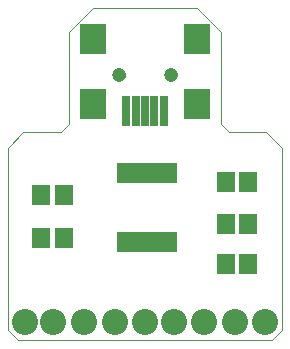
<source format=gts>
G75*
%MOIN*%
%OFA0B0*%
%FSLAX25Y25*%
%IPPOS*%
%LPD*%
%AMOC8*
5,1,8,0,0,1.08239X$1,22.5*
%
%ADD10C,0.00400*%
%ADD11C,0.08674*%
%ADD12R,0.02513X0.06706*%
%ADD13R,0.05918X0.07099*%
%ADD14R,0.08674X0.10249*%
%ADD15R,0.02769X0.09887*%
%ADD16C,0.00000*%
%ADD17C,0.04737*%
D10*
X0009764Y0006829D02*
X0094741Y0006829D01*
X0098074Y0010164D01*
X0098074Y0070790D01*
X0092751Y0076113D01*
X0080307Y0076113D01*
X0077586Y0078834D01*
X0077586Y0109504D01*
X0069708Y0117382D01*
X0034797Y0117382D01*
X0026920Y0109502D01*
X0026920Y0078832D01*
X0024198Y0076111D01*
X0011754Y0076111D01*
X0006431Y0070788D01*
X0006431Y0010162D01*
X0009764Y0006829D01*
D11*
X0012224Y0013000D03*
X0021673Y0013000D03*
X0031909Y0013000D03*
X0042145Y0013000D03*
X0052381Y0013000D03*
X0062030Y0013000D03*
X0072066Y0013000D03*
X0082103Y0013000D03*
X0092206Y0013000D03*
D12*
X0061592Y0039366D03*
X0059096Y0039366D03*
X0056592Y0039366D03*
X0054096Y0039366D03*
X0051592Y0039366D03*
X0049096Y0039366D03*
X0046592Y0039366D03*
X0044096Y0039366D03*
X0044096Y0062472D03*
X0046592Y0062472D03*
X0049096Y0062472D03*
X0051592Y0062472D03*
X0054096Y0062472D03*
X0056592Y0062472D03*
X0059096Y0062472D03*
X0061592Y0062472D03*
D13*
X0079243Y0059356D03*
X0086723Y0059356D03*
X0086723Y0045435D03*
X0079243Y0045435D03*
X0079243Y0032099D03*
X0086723Y0032099D03*
X0025167Y0040745D03*
X0017687Y0040745D03*
X0017687Y0055275D03*
X0025167Y0055275D03*
D14*
X0034930Y0085476D03*
X0034930Y0107129D03*
X0069575Y0107129D03*
X0069575Y0085476D03*
D15*
X0058552Y0083255D03*
X0055402Y0083255D03*
X0052253Y0083255D03*
X0049103Y0083255D03*
X0045953Y0083255D03*
D16*
X0041622Y0095318D02*
X0041624Y0095406D01*
X0041630Y0095494D01*
X0041640Y0095582D01*
X0041654Y0095670D01*
X0041671Y0095756D01*
X0041693Y0095842D01*
X0041718Y0095926D01*
X0041748Y0096010D01*
X0041780Y0096092D01*
X0041817Y0096172D01*
X0041857Y0096251D01*
X0041901Y0096328D01*
X0041948Y0096403D01*
X0041998Y0096475D01*
X0042052Y0096546D01*
X0042108Y0096613D01*
X0042168Y0096679D01*
X0042230Y0096741D01*
X0042296Y0096801D01*
X0042363Y0096857D01*
X0042434Y0096911D01*
X0042506Y0096961D01*
X0042581Y0097008D01*
X0042658Y0097052D01*
X0042737Y0097092D01*
X0042817Y0097129D01*
X0042899Y0097161D01*
X0042983Y0097191D01*
X0043067Y0097216D01*
X0043153Y0097238D01*
X0043239Y0097255D01*
X0043327Y0097269D01*
X0043415Y0097279D01*
X0043503Y0097285D01*
X0043591Y0097287D01*
X0043679Y0097285D01*
X0043767Y0097279D01*
X0043855Y0097269D01*
X0043943Y0097255D01*
X0044029Y0097238D01*
X0044115Y0097216D01*
X0044199Y0097191D01*
X0044283Y0097161D01*
X0044365Y0097129D01*
X0044445Y0097092D01*
X0044524Y0097052D01*
X0044601Y0097008D01*
X0044676Y0096961D01*
X0044748Y0096911D01*
X0044819Y0096857D01*
X0044886Y0096801D01*
X0044952Y0096741D01*
X0045014Y0096679D01*
X0045074Y0096613D01*
X0045130Y0096546D01*
X0045184Y0096475D01*
X0045234Y0096403D01*
X0045281Y0096328D01*
X0045325Y0096251D01*
X0045365Y0096172D01*
X0045402Y0096092D01*
X0045434Y0096010D01*
X0045464Y0095926D01*
X0045489Y0095842D01*
X0045511Y0095756D01*
X0045528Y0095670D01*
X0045542Y0095582D01*
X0045552Y0095494D01*
X0045558Y0095406D01*
X0045560Y0095318D01*
X0045558Y0095230D01*
X0045552Y0095142D01*
X0045542Y0095054D01*
X0045528Y0094966D01*
X0045511Y0094880D01*
X0045489Y0094794D01*
X0045464Y0094710D01*
X0045434Y0094626D01*
X0045402Y0094544D01*
X0045365Y0094464D01*
X0045325Y0094385D01*
X0045281Y0094308D01*
X0045234Y0094233D01*
X0045184Y0094161D01*
X0045130Y0094090D01*
X0045074Y0094023D01*
X0045014Y0093957D01*
X0044952Y0093895D01*
X0044886Y0093835D01*
X0044819Y0093779D01*
X0044748Y0093725D01*
X0044676Y0093675D01*
X0044601Y0093628D01*
X0044524Y0093584D01*
X0044445Y0093544D01*
X0044365Y0093507D01*
X0044283Y0093475D01*
X0044199Y0093445D01*
X0044115Y0093420D01*
X0044029Y0093398D01*
X0043943Y0093381D01*
X0043855Y0093367D01*
X0043767Y0093357D01*
X0043679Y0093351D01*
X0043591Y0093349D01*
X0043503Y0093351D01*
X0043415Y0093357D01*
X0043327Y0093367D01*
X0043239Y0093381D01*
X0043153Y0093398D01*
X0043067Y0093420D01*
X0042983Y0093445D01*
X0042899Y0093475D01*
X0042817Y0093507D01*
X0042737Y0093544D01*
X0042658Y0093584D01*
X0042581Y0093628D01*
X0042506Y0093675D01*
X0042434Y0093725D01*
X0042363Y0093779D01*
X0042296Y0093835D01*
X0042230Y0093895D01*
X0042168Y0093957D01*
X0042108Y0094023D01*
X0042052Y0094090D01*
X0041998Y0094161D01*
X0041948Y0094233D01*
X0041901Y0094308D01*
X0041857Y0094385D01*
X0041817Y0094464D01*
X0041780Y0094544D01*
X0041748Y0094626D01*
X0041718Y0094710D01*
X0041693Y0094794D01*
X0041671Y0094880D01*
X0041654Y0094966D01*
X0041640Y0095054D01*
X0041630Y0095142D01*
X0041624Y0095230D01*
X0041622Y0095318D01*
X0058945Y0095318D02*
X0058947Y0095406D01*
X0058953Y0095494D01*
X0058963Y0095582D01*
X0058977Y0095670D01*
X0058994Y0095756D01*
X0059016Y0095842D01*
X0059041Y0095926D01*
X0059071Y0096010D01*
X0059103Y0096092D01*
X0059140Y0096172D01*
X0059180Y0096251D01*
X0059224Y0096328D01*
X0059271Y0096403D01*
X0059321Y0096475D01*
X0059375Y0096546D01*
X0059431Y0096613D01*
X0059491Y0096679D01*
X0059553Y0096741D01*
X0059619Y0096801D01*
X0059686Y0096857D01*
X0059757Y0096911D01*
X0059829Y0096961D01*
X0059904Y0097008D01*
X0059981Y0097052D01*
X0060060Y0097092D01*
X0060140Y0097129D01*
X0060222Y0097161D01*
X0060306Y0097191D01*
X0060390Y0097216D01*
X0060476Y0097238D01*
X0060562Y0097255D01*
X0060650Y0097269D01*
X0060738Y0097279D01*
X0060826Y0097285D01*
X0060914Y0097287D01*
X0061002Y0097285D01*
X0061090Y0097279D01*
X0061178Y0097269D01*
X0061266Y0097255D01*
X0061352Y0097238D01*
X0061438Y0097216D01*
X0061522Y0097191D01*
X0061606Y0097161D01*
X0061688Y0097129D01*
X0061768Y0097092D01*
X0061847Y0097052D01*
X0061924Y0097008D01*
X0061999Y0096961D01*
X0062071Y0096911D01*
X0062142Y0096857D01*
X0062209Y0096801D01*
X0062275Y0096741D01*
X0062337Y0096679D01*
X0062397Y0096613D01*
X0062453Y0096546D01*
X0062507Y0096475D01*
X0062557Y0096403D01*
X0062604Y0096328D01*
X0062648Y0096251D01*
X0062688Y0096172D01*
X0062725Y0096092D01*
X0062757Y0096010D01*
X0062787Y0095926D01*
X0062812Y0095842D01*
X0062834Y0095756D01*
X0062851Y0095670D01*
X0062865Y0095582D01*
X0062875Y0095494D01*
X0062881Y0095406D01*
X0062883Y0095318D01*
X0062881Y0095230D01*
X0062875Y0095142D01*
X0062865Y0095054D01*
X0062851Y0094966D01*
X0062834Y0094880D01*
X0062812Y0094794D01*
X0062787Y0094710D01*
X0062757Y0094626D01*
X0062725Y0094544D01*
X0062688Y0094464D01*
X0062648Y0094385D01*
X0062604Y0094308D01*
X0062557Y0094233D01*
X0062507Y0094161D01*
X0062453Y0094090D01*
X0062397Y0094023D01*
X0062337Y0093957D01*
X0062275Y0093895D01*
X0062209Y0093835D01*
X0062142Y0093779D01*
X0062071Y0093725D01*
X0061999Y0093675D01*
X0061924Y0093628D01*
X0061847Y0093584D01*
X0061768Y0093544D01*
X0061688Y0093507D01*
X0061606Y0093475D01*
X0061522Y0093445D01*
X0061438Y0093420D01*
X0061352Y0093398D01*
X0061266Y0093381D01*
X0061178Y0093367D01*
X0061090Y0093357D01*
X0061002Y0093351D01*
X0060914Y0093349D01*
X0060826Y0093351D01*
X0060738Y0093357D01*
X0060650Y0093367D01*
X0060562Y0093381D01*
X0060476Y0093398D01*
X0060390Y0093420D01*
X0060306Y0093445D01*
X0060222Y0093475D01*
X0060140Y0093507D01*
X0060060Y0093544D01*
X0059981Y0093584D01*
X0059904Y0093628D01*
X0059829Y0093675D01*
X0059757Y0093725D01*
X0059686Y0093779D01*
X0059619Y0093835D01*
X0059553Y0093895D01*
X0059491Y0093957D01*
X0059431Y0094023D01*
X0059375Y0094090D01*
X0059321Y0094161D01*
X0059271Y0094233D01*
X0059224Y0094308D01*
X0059180Y0094385D01*
X0059140Y0094464D01*
X0059103Y0094544D01*
X0059071Y0094626D01*
X0059041Y0094710D01*
X0059016Y0094794D01*
X0058994Y0094880D01*
X0058977Y0094966D01*
X0058963Y0095054D01*
X0058953Y0095142D01*
X0058947Y0095230D01*
X0058945Y0095318D01*
D17*
X0060914Y0095318D03*
X0043591Y0095318D03*
M02*

</source>
